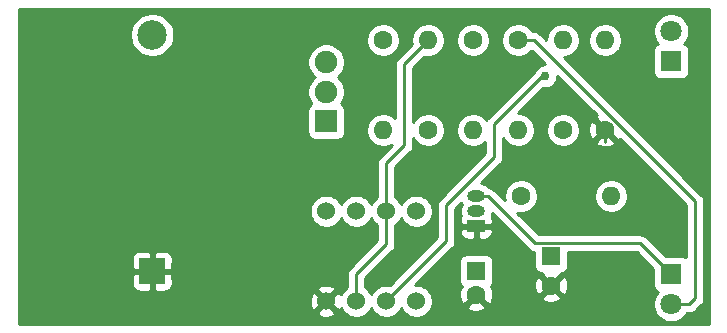
<source format=gbl>
%TF.GenerationSoftware,KiCad,Pcbnew,(5.1.12)-1*%
%TF.CreationDate,2021-12-23T01:28:27-05:00*%
%TF.ProjectId,555_Badge,3535355f-4261-4646-9765-2e6b69636164,v01*%
%TF.SameCoordinates,Original*%
%TF.FileFunction,Copper,L2,Bot*%
%TF.FilePolarity,Positive*%
%FSLAX46Y46*%
G04 Gerber Fmt 4.6, Leading zero omitted, Abs format (unit mm)*
G04 Created by KiCad (PCBNEW (5.1.12)-1) date 2021-12-23 01:28:27*
%MOMM*%
%LPD*%
G01*
G04 APERTURE LIST*
%TA.AperFunction,ComponentPad*%
%ADD10C,1.600000*%
%TD*%
%TA.AperFunction,ComponentPad*%
%ADD11O,1.600000X1.600000*%
%TD*%
%TA.AperFunction,ComponentPad*%
%ADD12R,2.170000X2.170000*%
%TD*%
%TA.AperFunction,ComponentPad*%
%ADD13C,2.500000*%
%TD*%
%TA.AperFunction,ComponentPad*%
%ADD14R,1.600000X1.600000*%
%TD*%
%TA.AperFunction,ComponentPad*%
%ADD15R,1.800000X1.800000*%
%TD*%
%TA.AperFunction,ComponentPad*%
%ADD16C,1.800000*%
%TD*%
%TA.AperFunction,ComponentPad*%
%ADD17O,1.500000X1.000000*%
%TD*%
%TA.AperFunction,ComponentPad*%
%ADD18R,1.500000X1.000000*%
%TD*%
%TA.AperFunction,ComponentPad*%
%ADD19R,1.900000X1.900000*%
%TD*%
%TA.AperFunction,ComponentPad*%
%ADD20C,1.900000*%
%TD*%
%TA.AperFunction,ComponentPad*%
%ADD21C,1.524000*%
%TD*%
%TA.AperFunction,ViaPad*%
%ADD22C,0.762000*%
%TD*%
%TA.AperFunction,Conductor*%
%ADD23C,0.254000*%
%TD*%
%TA.AperFunction,Conductor*%
%ADD24C,0.100000*%
%TD*%
G04 APERTURE END LIST*
D10*
%TO.P,R1,1*%
%TO.N,VCC*%
X72136000Y-109982000D03*
D11*
%TO.P,R1,2*%
%TO.N,Net-(R1-Pad2)*%
X72136000Y-117602000D03*
%TD*%
D12*
%TO.P,BAT1,Neg*%
%TO.N,GND*%
X52578000Y-129540000D03*
D13*
%TO.P,BAT1,Pos*%
%TO.N,Net-(BAT1-PadPos)*%
X52578000Y-109540000D03*
%TD*%
D14*
%TO.P,C1,1*%
%TO.N,Net-(C1-Pad1)*%
X80010000Y-129540000D03*
D10*
%TO.P,C1,2*%
%TO.N,GND*%
X80010000Y-131540000D03*
%TD*%
D14*
%TO.P,C2,1*%
%TO.N,Net-(C2-Pad1)*%
X86360000Y-128270000D03*
D10*
%TO.P,C2,2*%
%TO.N,GND*%
X86360000Y-130770000D03*
%TD*%
D15*
%TO.P,D1,1*%
%TO.N,Net-(D1-Pad1)*%
X96520000Y-111760000D03*
D16*
%TO.P,D1,2*%
%TO.N,Net-(D1-Pad2)*%
X96520000Y-109220000D03*
%TD*%
%TO.P,D2,2*%
%TO.N,Net-(D2-Pad2)*%
X96520000Y-132334000D03*
D15*
%TO.P,D2,1*%
%TO.N,Net-(D1-Pad1)*%
X96520000Y-129794000D03*
%TD*%
D17*
%TO.P,Q1,2*%
%TO.N,Net-(Q1-Pad2)*%
X80010000Y-124460000D03*
%TO.P,Q1,3*%
%TO.N,Net-(D1-Pad1)*%
X80010000Y-123190000D03*
D18*
%TO.P,Q1,1*%
%TO.N,GND*%
X80010000Y-125730000D03*
%TD*%
D11*
%TO.P,R2,2*%
%TO.N,Net-(C1-Pad1)*%
X75946000Y-109982000D03*
D10*
%TO.P,R2,1*%
%TO.N,Net-(R1-Pad2)*%
X75946000Y-117602000D03*
%TD*%
%TO.P,R3,1*%
%TO.N,Net-(C2-Pad1)*%
X87376000Y-117602000D03*
D11*
%TO.P,R3,2*%
%TO.N,Net-(R3-Pad2)*%
X87376000Y-109982000D03*
%TD*%
%TO.P,R4,2*%
%TO.N,Net-(C2-Pad1)*%
X90932000Y-109982000D03*
D10*
%TO.P,R4,1*%
%TO.N,GND*%
X90932000Y-117602000D03*
%TD*%
%TO.P,R5,1*%
%TO.N,Net-(Q1-Pad2)*%
X83820000Y-123190000D03*
D11*
%TO.P,R5,2*%
%TO.N,Net-(C2-Pad1)*%
X91440000Y-123190000D03*
%TD*%
D10*
%TO.P,R6,1*%
%TO.N,Net-(D1-Pad2)*%
X79756000Y-109982000D03*
D11*
%TO.P,R6,2*%
%TO.N,VCC*%
X79756000Y-117602000D03*
%TD*%
%TO.P,R7,2*%
%TO.N,VCC*%
X83566000Y-117602000D03*
D10*
%TO.P,R7,1*%
%TO.N,Net-(D2-Pad2)*%
X83566000Y-109982000D03*
%TD*%
D19*
%TO.P,S1,1*%
%TO.N,Net-(S1-Pad1)*%
X67310000Y-116840000D03*
D20*
%TO.P,S1,2*%
%TO.N,VCC*%
X67310000Y-114340000D03*
%TO.P,S1,3*%
%TO.N,Net-(BAT1-PadPos)*%
X67310000Y-111840000D03*
%TD*%
D21*
%TO.P,U?1,8*%
%TO.N,VCC*%
X67310000Y-124460000D03*
%TO.P,U?1,7*%
%TO.N,Net-(R1-Pad2)*%
X69850000Y-124460000D03*
%TO.P,U?1,6*%
%TO.N,Net-(C1-Pad1)*%
X72390000Y-124460000D03*
%TO.P,U?1,5*%
%TO.N,Net-(U?1-Pad5)*%
X74930000Y-124460000D03*
%TO.P,U?1,1*%
%TO.N,GND*%
X67310000Y-132080000D03*
%TO.P,U?1,2*%
%TO.N,Net-(C1-Pad1)*%
X69850000Y-132080000D03*
%TO.P,U?1,3*%
%TO.N,Net-(R3-Pad2)*%
X72390000Y-132080000D03*
%TO.P,U?1,4*%
%TO.N,VCC*%
X74930000Y-132080000D03*
%TD*%
D22*
%TO.N,Net-(R3-Pad2)*%
X85852000Y-113030000D03*
%TD*%
D23*
%TO.N,GND*%
X90932000Y-118618000D02*
X90932000Y-117602000D01*
%TO.N,Net-(C1-Pad1)*%
X69850000Y-132080000D02*
X69850000Y-129794000D01*
X72390000Y-127254000D02*
X72390000Y-124460000D01*
X69850000Y-129794000D02*
X72390000Y-127254000D01*
X72390000Y-124460000D02*
X72390000Y-120396000D01*
X72390000Y-120396000D02*
X73914000Y-118872000D01*
X73914000Y-112014000D02*
X75946000Y-109982000D01*
X73914000Y-118872000D02*
X73914000Y-112014000D01*
%TO.N,Net-(D1-Pad1)*%
X81014000Y-123190000D02*
X80010000Y-123190000D01*
X85014599Y-127190599D02*
X81014000Y-123190000D01*
X93916599Y-127190599D02*
X85014599Y-127190599D01*
X96520000Y-129794000D02*
X93916599Y-127190599D01*
%TO.N,Net-(D2-Pad2)*%
X96520000Y-132334000D02*
X98044000Y-132334000D01*
X98044000Y-132334000D02*
X98552000Y-131826000D01*
X84909514Y-109982000D02*
X83566000Y-109982000D01*
X98552000Y-123624486D02*
X84909514Y-109982000D01*
X98552000Y-131826000D02*
X98552000Y-123624486D01*
%TO.N,Net-(R3-Pad2)*%
X72390000Y-132080000D02*
X75971401Y-128498599D01*
X75971401Y-128498599D02*
X77470000Y-127000000D01*
X77470000Y-127000000D02*
X77470000Y-123952000D01*
X77470000Y-123952000D02*
X81534000Y-119888000D01*
X81534000Y-119888000D02*
X81534000Y-117094000D01*
X85598000Y-113030000D02*
X85852000Y-113030000D01*
X81534000Y-117094000D02*
X85598000Y-113030000D01*
%TD*%
%TO.N,GND*%
X99682300Y-133972300D02*
X41287700Y-133972300D01*
X41287700Y-133045565D01*
X66524040Y-133045565D01*
X66591020Y-133285656D01*
X66840048Y-133402756D01*
X67107135Y-133469023D01*
X67382017Y-133481910D01*
X67654133Y-133440922D01*
X67913023Y-133347636D01*
X68028980Y-133285656D01*
X68095960Y-133045565D01*
X67310000Y-132259605D01*
X66524040Y-133045565D01*
X41287700Y-133045565D01*
X41287700Y-132152017D01*
X65908090Y-132152017D01*
X65949078Y-132424133D01*
X66042364Y-132683023D01*
X66104344Y-132798980D01*
X66344435Y-132865960D01*
X67130395Y-132080000D01*
X66344435Y-131294040D01*
X66104344Y-131361020D01*
X65987244Y-131610048D01*
X65920977Y-131877135D01*
X65908090Y-132152017D01*
X41287700Y-132152017D01*
X41287700Y-130625000D01*
X50854928Y-130625000D01*
X50867188Y-130749482D01*
X50903498Y-130869180D01*
X50962463Y-130979494D01*
X51041815Y-131076185D01*
X51138506Y-131155537D01*
X51248820Y-131214502D01*
X51368518Y-131250812D01*
X51493000Y-131263072D01*
X52292250Y-131260000D01*
X52451000Y-131101250D01*
X52451000Y-129667000D01*
X52705000Y-129667000D01*
X52705000Y-131101250D01*
X52863750Y-131260000D01*
X53663000Y-131263072D01*
X53787482Y-131250812D01*
X53907180Y-131214502D01*
X54017494Y-131155537D01*
X54067577Y-131114435D01*
X66524040Y-131114435D01*
X67310000Y-131900395D01*
X68095960Y-131114435D01*
X68028980Y-130874344D01*
X67779952Y-130757244D01*
X67512865Y-130690977D01*
X67237983Y-130678090D01*
X66965867Y-130719078D01*
X66706977Y-130812364D01*
X66591020Y-130874344D01*
X66524040Y-131114435D01*
X54067577Y-131114435D01*
X54114185Y-131076185D01*
X54193537Y-130979494D01*
X54252502Y-130869180D01*
X54288812Y-130749482D01*
X54301072Y-130625000D01*
X54298000Y-129825750D01*
X54139250Y-129667000D01*
X52705000Y-129667000D01*
X52451000Y-129667000D01*
X51016750Y-129667000D01*
X50858000Y-129825750D01*
X50854928Y-130625000D01*
X41287700Y-130625000D01*
X41287700Y-128455000D01*
X50854928Y-128455000D01*
X50858000Y-129254250D01*
X51016750Y-129413000D01*
X52451000Y-129413000D01*
X52451000Y-127978750D01*
X52705000Y-127978750D01*
X52705000Y-129413000D01*
X54139250Y-129413000D01*
X54298000Y-129254250D01*
X54301072Y-128455000D01*
X54288812Y-128330518D01*
X54252502Y-128210820D01*
X54193537Y-128100506D01*
X54114185Y-128003815D01*
X54017494Y-127924463D01*
X53907180Y-127865498D01*
X53787482Y-127829188D01*
X53663000Y-127816928D01*
X52863750Y-127820000D01*
X52705000Y-127978750D01*
X52451000Y-127978750D01*
X52292250Y-127820000D01*
X51493000Y-127816928D01*
X51368518Y-127829188D01*
X51248820Y-127865498D01*
X51138506Y-127924463D01*
X51041815Y-128003815D01*
X50962463Y-128100506D01*
X50903498Y-128210820D01*
X50867188Y-128330518D01*
X50854928Y-128455000D01*
X41287700Y-128455000D01*
X41287700Y-124322408D01*
X65913000Y-124322408D01*
X65913000Y-124597592D01*
X65966686Y-124867490D01*
X66071995Y-125121727D01*
X66224880Y-125350535D01*
X66419465Y-125545120D01*
X66648273Y-125698005D01*
X66902510Y-125803314D01*
X67172408Y-125857000D01*
X67447592Y-125857000D01*
X67717490Y-125803314D01*
X67971727Y-125698005D01*
X68200535Y-125545120D01*
X68395120Y-125350535D01*
X68548005Y-125121727D01*
X68580000Y-125044485D01*
X68611995Y-125121727D01*
X68764880Y-125350535D01*
X68959465Y-125545120D01*
X69188273Y-125698005D01*
X69442510Y-125803314D01*
X69712408Y-125857000D01*
X69987592Y-125857000D01*
X70257490Y-125803314D01*
X70511727Y-125698005D01*
X70740535Y-125545120D01*
X70935120Y-125350535D01*
X71088005Y-125121727D01*
X71120000Y-125044485D01*
X71151995Y-125121727D01*
X71304880Y-125350535D01*
X71499465Y-125545120D01*
X71628001Y-125631005D01*
X71628000Y-126938369D01*
X69337649Y-129228721D01*
X69308579Y-129252578D01*
X69284722Y-129281648D01*
X69284721Y-129281649D01*
X69213355Y-129368608D01*
X69142599Y-129500985D01*
X69099027Y-129644622D01*
X69084314Y-129794000D01*
X69088001Y-129831433D01*
X69088001Y-130908995D01*
X68959465Y-130994880D01*
X68764880Y-131189465D01*
X68611995Y-131418273D01*
X68582308Y-131489943D01*
X68577636Y-131476977D01*
X68515656Y-131361020D01*
X68275565Y-131294040D01*
X67489605Y-132080000D01*
X68275565Y-132865960D01*
X68515656Y-132798980D01*
X68579485Y-132663240D01*
X68611995Y-132741727D01*
X68764880Y-132970535D01*
X68959465Y-133165120D01*
X69188273Y-133318005D01*
X69442510Y-133423314D01*
X69712408Y-133477000D01*
X69987592Y-133477000D01*
X70257490Y-133423314D01*
X70511727Y-133318005D01*
X70740535Y-133165120D01*
X70935120Y-132970535D01*
X71088005Y-132741727D01*
X71120000Y-132664485D01*
X71151995Y-132741727D01*
X71304880Y-132970535D01*
X71499465Y-133165120D01*
X71728273Y-133318005D01*
X71982510Y-133423314D01*
X72252408Y-133477000D01*
X72527592Y-133477000D01*
X72797490Y-133423314D01*
X73051727Y-133318005D01*
X73280535Y-133165120D01*
X73475120Y-132970535D01*
X73628005Y-132741727D01*
X73660000Y-132664485D01*
X73691995Y-132741727D01*
X73844880Y-132970535D01*
X74039465Y-133165120D01*
X74268273Y-133318005D01*
X74522510Y-133423314D01*
X74792408Y-133477000D01*
X75067592Y-133477000D01*
X75337490Y-133423314D01*
X75591727Y-133318005D01*
X75820535Y-133165120D01*
X76015120Y-132970535D01*
X76168005Y-132741727D01*
X76254586Y-132532702D01*
X79196903Y-132532702D01*
X79268486Y-132776671D01*
X79523996Y-132897571D01*
X79798184Y-132966300D01*
X80080512Y-132980217D01*
X80360130Y-132938787D01*
X80626292Y-132843603D01*
X80751514Y-132776671D01*
X80823097Y-132532702D01*
X80010000Y-131719605D01*
X79196903Y-132532702D01*
X76254586Y-132532702D01*
X76273314Y-132487490D01*
X76327000Y-132217592D01*
X76327000Y-131942408D01*
X76273314Y-131672510D01*
X76247634Y-131610512D01*
X78569783Y-131610512D01*
X78611213Y-131890130D01*
X78706397Y-132156292D01*
X78773329Y-132281514D01*
X79017298Y-132353097D01*
X79830395Y-131540000D01*
X79816253Y-131525858D01*
X79995858Y-131346253D01*
X80010000Y-131360395D01*
X80024143Y-131346253D01*
X80203748Y-131525858D01*
X80189605Y-131540000D01*
X81002702Y-132353097D01*
X81246671Y-132281514D01*
X81367571Y-132026004D01*
X81433571Y-131762702D01*
X85546903Y-131762702D01*
X85618486Y-132006671D01*
X85873996Y-132127571D01*
X86148184Y-132196300D01*
X86430512Y-132210217D01*
X86710130Y-132168787D01*
X86976292Y-132073603D01*
X87101514Y-132006671D01*
X87173097Y-131762702D01*
X86360000Y-130949605D01*
X85546903Y-131762702D01*
X81433571Y-131762702D01*
X81436300Y-131751816D01*
X81450217Y-131469488D01*
X81408787Y-131189870D01*
X81313603Y-130923708D01*
X81269135Y-130840512D01*
X84919783Y-130840512D01*
X84961213Y-131120130D01*
X85056397Y-131386292D01*
X85123329Y-131511514D01*
X85367298Y-131583097D01*
X86180395Y-130770000D01*
X86539605Y-130770000D01*
X87352702Y-131583097D01*
X87596671Y-131511514D01*
X87717571Y-131256004D01*
X87786300Y-130981816D01*
X87800217Y-130699488D01*
X87758787Y-130419870D01*
X87663603Y-130153708D01*
X87596671Y-130028486D01*
X87352702Y-129956903D01*
X86539605Y-130770000D01*
X86180395Y-130770000D01*
X85367298Y-129956903D01*
X85123329Y-130028486D01*
X85002429Y-130283996D01*
X84933700Y-130558184D01*
X84919783Y-130840512D01*
X81269135Y-130840512D01*
X81248384Y-130801691D01*
X81261185Y-130791185D01*
X81340537Y-130694494D01*
X81399502Y-130584180D01*
X81435812Y-130464482D01*
X81448072Y-130340000D01*
X81448072Y-128740000D01*
X81435812Y-128615518D01*
X81399502Y-128495820D01*
X81340537Y-128385506D01*
X81261185Y-128288815D01*
X81164494Y-128209463D01*
X81054180Y-128150498D01*
X80934482Y-128114188D01*
X80810000Y-128101928D01*
X79210000Y-128101928D01*
X79085518Y-128114188D01*
X78965820Y-128150498D01*
X78855506Y-128209463D01*
X78758815Y-128288815D01*
X78679463Y-128385506D01*
X78620498Y-128495820D01*
X78584188Y-128615518D01*
X78571928Y-128740000D01*
X78571928Y-130340000D01*
X78584188Y-130464482D01*
X78620498Y-130584180D01*
X78679463Y-130694494D01*
X78758815Y-130791185D01*
X78771758Y-130801807D01*
X78652429Y-131053996D01*
X78583700Y-131328184D01*
X78569783Y-131610512D01*
X76247634Y-131610512D01*
X76168005Y-131418273D01*
X76015120Y-131189465D01*
X75820535Y-130994880D01*
X75591727Y-130841995D01*
X75337490Y-130736686D01*
X75067592Y-130683000D01*
X74864631Y-130683000D01*
X76536680Y-129010951D01*
X76536684Y-129010946D01*
X77982353Y-127565278D01*
X78011422Y-127541422D01*
X78106645Y-127425392D01*
X78177402Y-127293015D01*
X78220974Y-127149378D01*
X78232000Y-127037426D01*
X78232000Y-127037424D01*
X78235686Y-127000001D01*
X78232000Y-126962578D01*
X78232000Y-126230000D01*
X78621928Y-126230000D01*
X78634188Y-126354482D01*
X78670498Y-126474180D01*
X78729463Y-126584494D01*
X78808815Y-126681185D01*
X78905506Y-126760537D01*
X79015820Y-126819502D01*
X79135518Y-126855812D01*
X79260000Y-126868072D01*
X79724250Y-126865000D01*
X79883000Y-126706250D01*
X79883000Y-125857000D01*
X80137000Y-125857000D01*
X80137000Y-126706250D01*
X80295750Y-126865000D01*
X80760000Y-126868072D01*
X80884482Y-126855812D01*
X81004180Y-126819502D01*
X81114494Y-126760537D01*
X81211185Y-126681185D01*
X81290537Y-126584494D01*
X81349502Y-126474180D01*
X81385812Y-126354482D01*
X81398072Y-126230000D01*
X81395000Y-126015750D01*
X81236250Y-125857000D01*
X80137000Y-125857000D01*
X79883000Y-125857000D01*
X78783750Y-125857000D01*
X78625000Y-126015750D01*
X78621928Y-126230000D01*
X78232000Y-126230000D01*
X78232000Y-124267630D01*
X78764445Y-123735185D01*
X78811716Y-123823623D01*
X78812846Y-123825000D01*
X78811716Y-123826377D01*
X78706324Y-124023553D01*
X78641423Y-124237501D01*
X78619509Y-124460000D01*
X78641423Y-124682499D01*
X78706324Y-124896447D01*
X78712297Y-124907621D01*
X78670498Y-124985820D01*
X78634188Y-125105518D01*
X78621928Y-125230000D01*
X78625000Y-125444250D01*
X78783750Y-125603000D01*
X79883000Y-125603000D01*
X79883000Y-125595000D01*
X80137000Y-125595000D01*
X80137000Y-125603000D01*
X81236250Y-125603000D01*
X81395000Y-125444250D01*
X81398072Y-125230000D01*
X81385812Y-125105518D01*
X81349502Y-124985820D01*
X81307703Y-124907621D01*
X81313676Y-124896447D01*
X81378577Y-124682499D01*
X81383086Y-124636716D01*
X84449319Y-127702950D01*
X84473177Y-127732021D01*
X84589207Y-127827244D01*
X84721584Y-127898001D01*
X84865221Y-127941573D01*
X84921928Y-127947158D01*
X84921928Y-129070000D01*
X84934188Y-129194482D01*
X84970498Y-129314180D01*
X85029463Y-129424494D01*
X85108815Y-129521185D01*
X85205506Y-129600537D01*
X85315820Y-129659502D01*
X85435518Y-129695812D01*
X85560000Y-129708072D01*
X85567215Y-129708072D01*
X85546903Y-129777298D01*
X86360000Y-130590395D01*
X87173097Y-129777298D01*
X87152785Y-129708072D01*
X87160000Y-129708072D01*
X87284482Y-129695812D01*
X87404180Y-129659502D01*
X87514494Y-129600537D01*
X87611185Y-129521185D01*
X87690537Y-129424494D01*
X87749502Y-129314180D01*
X87785812Y-129194482D01*
X87798072Y-129070000D01*
X87798072Y-127952599D01*
X93600969Y-127952599D01*
X94981928Y-129333559D01*
X94981928Y-130694000D01*
X94994188Y-130818482D01*
X95030498Y-130938180D01*
X95089463Y-131048494D01*
X95168815Y-131145185D01*
X95265506Y-131224537D01*
X95375820Y-131283502D01*
X95394127Y-131289056D01*
X95327688Y-131355495D01*
X95159701Y-131606905D01*
X95043989Y-131886257D01*
X94985000Y-132182816D01*
X94985000Y-132485184D01*
X95043989Y-132781743D01*
X95159701Y-133061095D01*
X95327688Y-133312505D01*
X95541495Y-133526312D01*
X95792905Y-133694299D01*
X96072257Y-133810011D01*
X96368816Y-133869000D01*
X96671184Y-133869000D01*
X96967743Y-133810011D01*
X97247095Y-133694299D01*
X97498505Y-133526312D01*
X97712312Y-133312505D01*
X97856976Y-133096000D01*
X98006577Y-133096000D01*
X98044000Y-133099686D01*
X98081423Y-133096000D01*
X98081426Y-133096000D01*
X98193378Y-133084974D01*
X98337015Y-133041402D01*
X98469392Y-132970645D01*
X98585422Y-132875422D01*
X98609284Y-132846346D01*
X99064347Y-132391283D01*
X99093422Y-132367422D01*
X99188645Y-132251392D01*
X99259402Y-132119015D01*
X99302974Y-131975378D01*
X99314000Y-131863426D01*
X99314000Y-131863417D01*
X99317685Y-131826001D01*
X99314000Y-131788585D01*
X99314000Y-123661909D01*
X99317686Y-123624486D01*
X99306579Y-123511716D01*
X99302974Y-123475108D01*
X99259402Y-123331471D01*
X99226465Y-123269850D01*
X99188645Y-123199093D01*
X99153857Y-123156705D01*
X99093422Y-123083064D01*
X99064346Y-123059202D01*
X87422144Y-111417000D01*
X87517335Y-111417000D01*
X87794574Y-111361853D01*
X88055727Y-111253680D01*
X88290759Y-111096637D01*
X88490637Y-110896759D01*
X88647680Y-110661727D01*
X88755853Y-110400574D01*
X88811000Y-110123335D01*
X88811000Y-109840665D01*
X89497000Y-109840665D01*
X89497000Y-110123335D01*
X89552147Y-110400574D01*
X89660320Y-110661727D01*
X89817363Y-110896759D01*
X90017241Y-111096637D01*
X90252273Y-111253680D01*
X90513426Y-111361853D01*
X90790665Y-111417000D01*
X91073335Y-111417000D01*
X91350574Y-111361853D01*
X91611727Y-111253680D01*
X91846759Y-111096637D01*
X92046637Y-110896759D01*
X92071198Y-110860000D01*
X94981928Y-110860000D01*
X94981928Y-112660000D01*
X94994188Y-112784482D01*
X95030498Y-112904180D01*
X95089463Y-113014494D01*
X95168815Y-113111185D01*
X95265506Y-113190537D01*
X95375820Y-113249502D01*
X95495518Y-113285812D01*
X95620000Y-113298072D01*
X97420000Y-113298072D01*
X97544482Y-113285812D01*
X97664180Y-113249502D01*
X97774494Y-113190537D01*
X97871185Y-113111185D01*
X97950537Y-113014494D01*
X98009502Y-112904180D01*
X98045812Y-112784482D01*
X98058072Y-112660000D01*
X98058072Y-110860000D01*
X98045812Y-110735518D01*
X98009502Y-110615820D01*
X97950537Y-110505506D01*
X97871185Y-110408815D01*
X97774494Y-110329463D01*
X97664180Y-110270498D01*
X97645873Y-110264944D01*
X97712312Y-110198505D01*
X97880299Y-109947095D01*
X97996011Y-109667743D01*
X98055000Y-109371184D01*
X98055000Y-109068816D01*
X97996011Y-108772257D01*
X97880299Y-108492905D01*
X97712312Y-108241495D01*
X97498505Y-108027688D01*
X97247095Y-107859701D01*
X96967743Y-107743989D01*
X96671184Y-107685000D01*
X96368816Y-107685000D01*
X96072257Y-107743989D01*
X95792905Y-107859701D01*
X95541495Y-108027688D01*
X95327688Y-108241495D01*
X95159701Y-108492905D01*
X95043989Y-108772257D01*
X94985000Y-109068816D01*
X94985000Y-109371184D01*
X95043989Y-109667743D01*
X95159701Y-109947095D01*
X95327688Y-110198505D01*
X95394127Y-110264944D01*
X95375820Y-110270498D01*
X95265506Y-110329463D01*
X95168815Y-110408815D01*
X95089463Y-110505506D01*
X95030498Y-110615820D01*
X94994188Y-110735518D01*
X94981928Y-110860000D01*
X92071198Y-110860000D01*
X92203680Y-110661727D01*
X92311853Y-110400574D01*
X92367000Y-110123335D01*
X92367000Y-109840665D01*
X92311853Y-109563426D01*
X92203680Y-109302273D01*
X92046637Y-109067241D01*
X91846759Y-108867363D01*
X91611727Y-108710320D01*
X91350574Y-108602147D01*
X91073335Y-108547000D01*
X90790665Y-108547000D01*
X90513426Y-108602147D01*
X90252273Y-108710320D01*
X90017241Y-108867363D01*
X89817363Y-109067241D01*
X89660320Y-109302273D01*
X89552147Y-109563426D01*
X89497000Y-109840665D01*
X88811000Y-109840665D01*
X88755853Y-109563426D01*
X88647680Y-109302273D01*
X88490637Y-109067241D01*
X88290759Y-108867363D01*
X88055727Y-108710320D01*
X87794574Y-108602147D01*
X87517335Y-108547000D01*
X87234665Y-108547000D01*
X86957426Y-108602147D01*
X86696273Y-108710320D01*
X86461241Y-108867363D01*
X86261363Y-109067241D01*
X86104320Y-109302273D01*
X85996147Y-109563426D01*
X85941000Y-109840665D01*
X85941000Y-109935856D01*
X85474798Y-109469654D01*
X85450936Y-109440578D01*
X85334906Y-109345355D01*
X85202529Y-109274598D01*
X85058892Y-109231026D01*
X84946940Y-109220000D01*
X84946937Y-109220000D01*
X84909514Y-109216314D01*
X84872091Y-109220000D01*
X84782707Y-109220000D01*
X84680637Y-109067241D01*
X84480759Y-108867363D01*
X84245727Y-108710320D01*
X83984574Y-108602147D01*
X83707335Y-108547000D01*
X83424665Y-108547000D01*
X83147426Y-108602147D01*
X82886273Y-108710320D01*
X82651241Y-108867363D01*
X82451363Y-109067241D01*
X82294320Y-109302273D01*
X82186147Y-109563426D01*
X82131000Y-109840665D01*
X82131000Y-110123335D01*
X82186147Y-110400574D01*
X82294320Y-110661727D01*
X82451363Y-110896759D01*
X82651241Y-111096637D01*
X82886273Y-111253680D01*
X83147426Y-111361853D01*
X83424665Y-111417000D01*
X83707335Y-111417000D01*
X83984574Y-111361853D01*
X84245727Y-111253680D01*
X84480759Y-111096637D01*
X84680637Y-110896759D01*
X84707075Y-110857191D01*
X85863884Y-112014000D01*
X85751933Y-112014000D01*
X85555644Y-112053044D01*
X85370744Y-112129632D01*
X85204338Y-112240821D01*
X85062821Y-112382338D01*
X84951632Y-112548744D01*
X84916282Y-112634087D01*
X81021649Y-116528721D01*
X80992579Y-116552578D01*
X80968722Y-116581648D01*
X80968721Y-116581649D01*
X80897355Y-116668608D01*
X80879948Y-116701175D01*
X80870637Y-116687241D01*
X80670759Y-116487363D01*
X80435727Y-116330320D01*
X80174574Y-116222147D01*
X79897335Y-116167000D01*
X79614665Y-116167000D01*
X79337426Y-116222147D01*
X79076273Y-116330320D01*
X78841241Y-116487363D01*
X78641363Y-116687241D01*
X78484320Y-116922273D01*
X78376147Y-117183426D01*
X78321000Y-117460665D01*
X78321000Y-117743335D01*
X78376147Y-118020574D01*
X78484320Y-118281727D01*
X78641363Y-118516759D01*
X78841241Y-118716637D01*
X79076273Y-118873680D01*
X79337426Y-118981853D01*
X79614665Y-119037000D01*
X79897335Y-119037000D01*
X80174574Y-118981853D01*
X80435727Y-118873680D01*
X80670759Y-118716637D01*
X80772000Y-118615396D01*
X80772000Y-119572369D01*
X76957649Y-123386721D01*
X76928579Y-123410578D01*
X76904722Y-123439648D01*
X76904721Y-123439649D01*
X76833355Y-123526608D01*
X76762599Y-123658985D01*
X76719027Y-123802622D01*
X76704314Y-123952000D01*
X76708001Y-123989433D01*
X76708000Y-126684369D01*
X75459054Y-127933316D01*
X75459049Y-127933320D01*
X72679211Y-130713159D01*
X72527592Y-130683000D01*
X72252408Y-130683000D01*
X71982510Y-130736686D01*
X71728273Y-130841995D01*
X71499465Y-130994880D01*
X71304880Y-131189465D01*
X71151995Y-131418273D01*
X71120000Y-131495515D01*
X71088005Y-131418273D01*
X70935120Y-131189465D01*
X70740535Y-130994880D01*
X70612000Y-130908995D01*
X70612000Y-130109630D01*
X72902353Y-127819278D01*
X72931422Y-127795422D01*
X73026645Y-127679392D01*
X73097402Y-127547015D01*
X73140974Y-127403378D01*
X73152000Y-127291426D01*
X73152000Y-127291424D01*
X73155686Y-127254001D01*
X73152000Y-127216578D01*
X73152000Y-125631005D01*
X73280535Y-125545120D01*
X73475120Y-125350535D01*
X73628005Y-125121727D01*
X73660000Y-125044485D01*
X73691995Y-125121727D01*
X73844880Y-125350535D01*
X74039465Y-125545120D01*
X74268273Y-125698005D01*
X74522510Y-125803314D01*
X74792408Y-125857000D01*
X75067592Y-125857000D01*
X75337490Y-125803314D01*
X75591727Y-125698005D01*
X75820535Y-125545120D01*
X76015120Y-125350535D01*
X76168005Y-125121727D01*
X76273314Y-124867490D01*
X76327000Y-124597592D01*
X76327000Y-124322408D01*
X76273314Y-124052510D01*
X76168005Y-123798273D01*
X76015120Y-123569465D01*
X75820535Y-123374880D01*
X75591727Y-123221995D01*
X75337490Y-123116686D01*
X75067592Y-123063000D01*
X74792408Y-123063000D01*
X74522510Y-123116686D01*
X74268273Y-123221995D01*
X74039465Y-123374880D01*
X73844880Y-123569465D01*
X73691995Y-123798273D01*
X73660000Y-123875515D01*
X73628005Y-123798273D01*
X73475120Y-123569465D01*
X73280535Y-123374880D01*
X73152000Y-123288995D01*
X73152000Y-120711630D01*
X74426353Y-119437278D01*
X74455422Y-119413422D01*
X74550645Y-119297392D01*
X74621402Y-119165015D01*
X74664974Y-119021378D01*
X74676000Y-118909426D01*
X74676000Y-118909424D01*
X74679686Y-118872001D01*
X74676000Y-118834578D01*
X74676000Y-118284241D01*
X74831363Y-118516759D01*
X75031241Y-118716637D01*
X75266273Y-118873680D01*
X75527426Y-118981853D01*
X75804665Y-119037000D01*
X76087335Y-119037000D01*
X76364574Y-118981853D01*
X76625727Y-118873680D01*
X76860759Y-118716637D01*
X77060637Y-118516759D01*
X77217680Y-118281727D01*
X77325853Y-118020574D01*
X77381000Y-117743335D01*
X77381000Y-117460665D01*
X77325853Y-117183426D01*
X77217680Y-116922273D01*
X77060637Y-116687241D01*
X76860759Y-116487363D01*
X76625727Y-116330320D01*
X76364574Y-116222147D01*
X76087335Y-116167000D01*
X75804665Y-116167000D01*
X75527426Y-116222147D01*
X75266273Y-116330320D01*
X75031241Y-116487363D01*
X74831363Y-116687241D01*
X74676000Y-116919759D01*
X74676000Y-112329630D01*
X75624473Y-111381157D01*
X75804665Y-111417000D01*
X76087335Y-111417000D01*
X76364574Y-111361853D01*
X76625727Y-111253680D01*
X76860759Y-111096637D01*
X77060637Y-110896759D01*
X77217680Y-110661727D01*
X77325853Y-110400574D01*
X77381000Y-110123335D01*
X77381000Y-109840665D01*
X78321000Y-109840665D01*
X78321000Y-110123335D01*
X78376147Y-110400574D01*
X78484320Y-110661727D01*
X78641363Y-110896759D01*
X78841241Y-111096637D01*
X79076273Y-111253680D01*
X79337426Y-111361853D01*
X79614665Y-111417000D01*
X79897335Y-111417000D01*
X80174574Y-111361853D01*
X80435727Y-111253680D01*
X80670759Y-111096637D01*
X80870637Y-110896759D01*
X81027680Y-110661727D01*
X81135853Y-110400574D01*
X81191000Y-110123335D01*
X81191000Y-109840665D01*
X81135853Y-109563426D01*
X81027680Y-109302273D01*
X80870637Y-109067241D01*
X80670759Y-108867363D01*
X80435727Y-108710320D01*
X80174574Y-108602147D01*
X79897335Y-108547000D01*
X79614665Y-108547000D01*
X79337426Y-108602147D01*
X79076273Y-108710320D01*
X78841241Y-108867363D01*
X78641363Y-109067241D01*
X78484320Y-109302273D01*
X78376147Y-109563426D01*
X78321000Y-109840665D01*
X77381000Y-109840665D01*
X77325853Y-109563426D01*
X77217680Y-109302273D01*
X77060637Y-109067241D01*
X76860759Y-108867363D01*
X76625727Y-108710320D01*
X76364574Y-108602147D01*
X76087335Y-108547000D01*
X75804665Y-108547000D01*
X75527426Y-108602147D01*
X75266273Y-108710320D01*
X75031241Y-108867363D01*
X74831363Y-109067241D01*
X74674320Y-109302273D01*
X74566147Y-109563426D01*
X74511000Y-109840665D01*
X74511000Y-110123335D01*
X74546843Y-110303527D01*
X73401649Y-111448721D01*
X73372579Y-111472578D01*
X73348722Y-111501648D01*
X73348721Y-111501649D01*
X73277355Y-111588608D01*
X73206599Y-111720985D01*
X73163027Y-111864622D01*
X73148314Y-112014000D01*
X73152001Y-112051433D01*
X73152000Y-116588604D01*
X73050759Y-116487363D01*
X72815727Y-116330320D01*
X72554574Y-116222147D01*
X72277335Y-116167000D01*
X71994665Y-116167000D01*
X71717426Y-116222147D01*
X71456273Y-116330320D01*
X71221241Y-116487363D01*
X71021363Y-116687241D01*
X70864320Y-116922273D01*
X70756147Y-117183426D01*
X70701000Y-117460665D01*
X70701000Y-117743335D01*
X70756147Y-118020574D01*
X70864320Y-118281727D01*
X71021363Y-118516759D01*
X71221241Y-118716637D01*
X71456273Y-118873680D01*
X71717426Y-118981853D01*
X71994665Y-119037000D01*
X72277335Y-119037000D01*
X72554574Y-118981853D01*
X72815727Y-118873680D01*
X72872873Y-118835496D01*
X71877649Y-119830721D01*
X71848579Y-119854578D01*
X71824722Y-119883648D01*
X71824721Y-119883649D01*
X71753355Y-119970608D01*
X71682599Y-120102985D01*
X71639027Y-120246622D01*
X71624314Y-120396000D01*
X71628001Y-120433433D01*
X71628000Y-123288995D01*
X71499465Y-123374880D01*
X71304880Y-123569465D01*
X71151995Y-123798273D01*
X71120000Y-123875515D01*
X71088005Y-123798273D01*
X70935120Y-123569465D01*
X70740535Y-123374880D01*
X70511727Y-123221995D01*
X70257490Y-123116686D01*
X69987592Y-123063000D01*
X69712408Y-123063000D01*
X69442510Y-123116686D01*
X69188273Y-123221995D01*
X68959465Y-123374880D01*
X68764880Y-123569465D01*
X68611995Y-123798273D01*
X68580000Y-123875515D01*
X68548005Y-123798273D01*
X68395120Y-123569465D01*
X68200535Y-123374880D01*
X67971727Y-123221995D01*
X67717490Y-123116686D01*
X67447592Y-123063000D01*
X67172408Y-123063000D01*
X66902510Y-123116686D01*
X66648273Y-123221995D01*
X66419465Y-123374880D01*
X66224880Y-123569465D01*
X66071995Y-123798273D01*
X65966686Y-124052510D01*
X65913000Y-124322408D01*
X41287700Y-124322408D01*
X41287700Y-115890000D01*
X65721928Y-115890000D01*
X65721928Y-117790000D01*
X65734188Y-117914482D01*
X65770498Y-118034180D01*
X65829463Y-118144494D01*
X65908815Y-118241185D01*
X66005506Y-118320537D01*
X66115820Y-118379502D01*
X66235518Y-118415812D01*
X66360000Y-118428072D01*
X68260000Y-118428072D01*
X68384482Y-118415812D01*
X68504180Y-118379502D01*
X68614494Y-118320537D01*
X68711185Y-118241185D01*
X68790537Y-118144494D01*
X68849502Y-118034180D01*
X68885812Y-117914482D01*
X68898072Y-117790000D01*
X68898072Y-115890000D01*
X68885812Y-115765518D01*
X68849502Y-115645820D01*
X68790537Y-115535506D01*
X68711185Y-115438815D01*
X68614494Y-115359463D01*
X68555979Y-115328186D01*
X68714609Y-115090779D01*
X68834089Y-114802327D01*
X68895000Y-114496109D01*
X68895000Y-114183891D01*
X68834089Y-113877673D01*
X68714609Y-113589221D01*
X68541150Y-113329621D01*
X68320379Y-113108850D01*
X68292168Y-113090000D01*
X68320379Y-113071150D01*
X68541150Y-112850379D01*
X68714609Y-112590779D01*
X68834089Y-112302327D01*
X68895000Y-111996109D01*
X68895000Y-111683891D01*
X68834089Y-111377673D01*
X68714609Y-111089221D01*
X68541150Y-110829621D01*
X68320379Y-110608850D01*
X68060779Y-110435391D01*
X67772327Y-110315911D01*
X67466109Y-110255000D01*
X67153891Y-110255000D01*
X66847673Y-110315911D01*
X66559221Y-110435391D01*
X66299621Y-110608850D01*
X66078850Y-110829621D01*
X65905391Y-111089221D01*
X65785911Y-111377673D01*
X65725000Y-111683891D01*
X65725000Y-111996109D01*
X65785911Y-112302327D01*
X65905391Y-112590779D01*
X66078850Y-112850379D01*
X66299621Y-113071150D01*
X66327832Y-113090000D01*
X66299621Y-113108850D01*
X66078850Y-113329621D01*
X65905391Y-113589221D01*
X65785911Y-113877673D01*
X65725000Y-114183891D01*
X65725000Y-114496109D01*
X65785911Y-114802327D01*
X65905391Y-115090779D01*
X66064021Y-115328186D01*
X66005506Y-115359463D01*
X65908815Y-115438815D01*
X65829463Y-115535506D01*
X65770498Y-115645820D01*
X65734188Y-115765518D01*
X65721928Y-115890000D01*
X41287700Y-115890000D01*
X41287700Y-109354344D01*
X50693000Y-109354344D01*
X50693000Y-109725656D01*
X50765439Y-110089834D01*
X50907534Y-110432882D01*
X51113825Y-110741618D01*
X51376382Y-111004175D01*
X51685118Y-111210466D01*
X52028166Y-111352561D01*
X52392344Y-111425000D01*
X52763656Y-111425000D01*
X53127834Y-111352561D01*
X53470882Y-111210466D01*
X53779618Y-111004175D01*
X54042175Y-110741618D01*
X54248466Y-110432882D01*
X54390561Y-110089834D01*
X54440123Y-109840665D01*
X70701000Y-109840665D01*
X70701000Y-110123335D01*
X70756147Y-110400574D01*
X70864320Y-110661727D01*
X71021363Y-110896759D01*
X71221241Y-111096637D01*
X71456273Y-111253680D01*
X71717426Y-111361853D01*
X71994665Y-111417000D01*
X72277335Y-111417000D01*
X72554574Y-111361853D01*
X72815727Y-111253680D01*
X73050759Y-111096637D01*
X73250637Y-110896759D01*
X73407680Y-110661727D01*
X73515853Y-110400574D01*
X73571000Y-110123335D01*
X73571000Y-109840665D01*
X73515853Y-109563426D01*
X73407680Y-109302273D01*
X73250637Y-109067241D01*
X73050759Y-108867363D01*
X72815727Y-108710320D01*
X72554574Y-108602147D01*
X72277335Y-108547000D01*
X71994665Y-108547000D01*
X71717426Y-108602147D01*
X71456273Y-108710320D01*
X71221241Y-108867363D01*
X71021363Y-109067241D01*
X70864320Y-109302273D01*
X70756147Y-109563426D01*
X70701000Y-109840665D01*
X54440123Y-109840665D01*
X54463000Y-109725656D01*
X54463000Y-109354344D01*
X54390561Y-108990166D01*
X54248466Y-108647118D01*
X54042175Y-108338382D01*
X53779618Y-108075825D01*
X53470882Y-107869534D01*
X53127834Y-107727439D01*
X52763656Y-107655000D01*
X52392344Y-107655000D01*
X52028166Y-107727439D01*
X51685118Y-107869534D01*
X51376382Y-108075825D01*
X51113825Y-108338382D01*
X50907534Y-108647118D01*
X50765439Y-108990166D01*
X50693000Y-109354344D01*
X41287700Y-109354344D01*
X41287700Y-107327700D01*
X99682301Y-107327700D01*
X99682300Y-133972300D01*
%TA.AperFunction,Conductor*%
D24*
G36*
X99682300Y-133972300D02*
G01*
X41287700Y-133972300D01*
X41287700Y-133045565D01*
X66524040Y-133045565D01*
X66591020Y-133285656D01*
X66840048Y-133402756D01*
X67107135Y-133469023D01*
X67382017Y-133481910D01*
X67654133Y-133440922D01*
X67913023Y-133347636D01*
X68028980Y-133285656D01*
X68095960Y-133045565D01*
X67310000Y-132259605D01*
X66524040Y-133045565D01*
X41287700Y-133045565D01*
X41287700Y-132152017D01*
X65908090Y-132152017D01*
X65949078Y-132424133D01*
X66042364Y-132683023D01*
X66104344Y-132798980D01*
X66344435Y-132865960D01*
X67130395Y-132080000D01*
X66344435Y-131294040D01*
X66104344Y-131361020D01*
X65987244Y-131610048D01*
X65920977Y-131877135D01*
X65908090Y-132152017D01*
X41287700Y-132152017D01*
X41287700Y-130625000D01*
X50854928Y-130625000D01*
X50867188Y-130749482D01*
X50903498Y-130869180D01*
X50962463Y-130979494D01*
X51041815Y-131076185D01*
X51138506Y-131155537D01*
X51248820Y-131214502D01*
X51368518Y-131250812D01*
X51493000Y-131263072D01*
X52292250Y-131260000D01*
X52451000Y-131101250D01*
X52451000Y-129667000D01*
X52705000Y-129667000D01*
X52705000Y-131101250D01*
X52863750Y-131260000D01*
X53663000Y-131263072D01*
X53787482Y-131250812D01*
X53907180Y-131214502D01*
X54017494Y-131155537D01*
X54067577Y-131114435D01*
X66524040Y-131114435D01*
X67310000Y-131900395D01*
X68095960Y-131114435D01*
X68028980Y-130874344D01*
X67779952Y-130757244D01*
X67512865Y-130690977D01*
X67237983Y-130678090D01*
X66965867Y-130719078D01*
X66706977Y-130812364D01*
X66591020Y-130874344D01*
X66524040Y-131114435D01*
X54067577Y-131114435D01*
X54114185Y-131076185D01*
X54193537Y-130979494D01*
X54252502Y-130869180D01*
X54288812Y-130749482D01*
X54301072Y-130625000D01*
X54298000Y-129825750D01*
X54139250Y-129667000D01*
X52705000Y-129667000D01*
X52451000Y-129667000D01*
X51016750Y-129667000D01*
X50858000Y-129825750D01*
X50854928Y-130625000D01*
X41287700Y-130625000D01*
X41287700Y-128455000D01*
X50854928Y-128455000D01*
X50858000Y-129254250D01*
X51016750Y-129413000D01*
X52451000Y-129413000D01*
X52451000Y-127978750D01*
X52705000Y-127978750D01*
X52705000Y-129413000D01*
X54139250Y-129413000D01*
X54298000Y-129254250D01*
X54301072Y-128455000D01*
X54288812Y-128330518D01*
X54252502Y-128210820D01*
X54193537Y-128100506D01*
X54114185Y-128003815D01*
X54017494Y-127924463D01*
X53907180Y-127865498D01*
X53787482Y-127829188D01*
X53663000Y-127816928D01*
X52863750Y-127820000D01*
X52705000Y-127978750D01*
X52451000Y-127978750D01*
X52292250Y-127820000D01*
X51493000Y-127816928D01*
X51368518Y-127829188D01*
X51248820Y-127865498D01*
X51138506Y-127924463D01*
X51041815Y-128003815D01*
X50962463Y-128100506D01*
X50903498Y-128210820D01*
X50867188Y-128330518D01*
X50854928Y-128455000D01*
X41287700Y-128455000D01*
X41287700Y-124322408D01*
X65913000Y-124322408D01*
X65913000Y-124597592D01*
X65966686Y-124867490D01*
X66071995Y-125121727D01*
X66224880Y-125350535D01*
X66419465Y-125545120D01*
X66648273Y-125698005D01*
X66902510Y-125803314D01*
X67172408Y-125857000D01*
X67447592Y-125857000D01*
X67717490Y-125803314D01*
X67971727Y-125698005D01*
X68200535Y-125545120D01*
X68395120Y-125350535D01*
X68548005Y-125121727D01*
X68580000Y-125044485D01*
X68611995Y-125121727D01*
X68764880Y-125350535D01*
X68959465Y-125545120D01*
X69188273Y-125698005D01*
X69442510Y-125803314D01*
X69712408Y-125857000D01*
X69987592Y-125857000D01*
X70257490Y-125803314D01*
X70511727Y-125698005D01*
X70740535Y-125545120D01*
X70935120Y-125350535D01*
X71088005Y-125121727D01*
X71120000Y-125044485D01*
X71151995Y-125121727D01*
X71304880Y-125350535D01*
X71499465Y-125545120D01*
X71628001Y-125631005D01*
X71628000Y-126938369D01*
X69337649Y-129228721D01*
X69308579Y-129252578D01*
X69284722Y-129281648D01*
X69284721Y-129281649D01*
X69213355Y-129368608D01*
X69142599Y-129500985D01*
X69099027Y-129644622D01*
X69084314Y-129794000D01*
X69088001Y-129831433D01*
X69088001Y-130908995D01*
X68959465Y-130994880D01*
X68764880Y-131189465D01*
X68611995Y-131418273D01*
X68582308Y-131489943D01*
X68577636Y-131476977D01*
X68515656Y-131361020D01*
X68275565Y-131294040D01*
X67489605Y-132080000D01*
X68275565Y-132865960D01*
X68515656Y-132798980D01*
X68579485Y-132663240D01*
X68611995Y-132741727D01*
X68764880Y-132970535D01*
X68959465Y-133165120D01*
X69188273Y-133318005D01*
X69442510Y-133423314D01*
X69712408Y-133477000D01*
X69987592Y-133477000D01*
X70257490Y-133423314D01*
X70511727Y-133318005D01*
X70740535Y-133165120D01*
X70935120Y-132970535D01*
X71088005Y-132741727D01*
X71120000Y-132664485D01*
X71151995Y-132741727D01*
X71304880Y-132970535D01*
X71499465Y-133165120D01*
X71728273Y-133318005D01*
X71982510Y-133423314D01*
X72252408Y-133477000D01*
X72527592Y-133477000D01*
X72797490Y-133423314D01*
X73051727Y-133318005D01*
X73280535Y-133165120D01*
X73475120Y-132970535D01*
X73628005Y-132741727D01*
X73660000Y-132664485D01*
X73691995Y-132741727D01*
X73844880Y-132970535D01*
X74039465Y-133165120D01*
X74268273Y-133318005D01*
X74522510Y-133423314D01*
X74792408Y-133477000D01*
X75067592Y-133477000D01*
X75337490Y-133423314D01*
X75591727Y-133318005D01*
X75820535Y-133165120D01*
X76015120Y-132970535D01*
X76168005Y-132741727D01*
X76254586Y-132532702D01*
X79196903Y-132532702D01*
X79268486Y-132776671D01*
X79523996Y-132897571D01*
X79798184Y-132966300D01*
X80080512Y-132980217D01*
X80360130Y-132938787D01*
X80626292Y-132843603D01*
X80751514Y-132776671D01*
X80823097Y-132532702D01*
X80010000Y-131719605D01*
X79196903Y-132532702D01*
X76254586Y-132532702D01*
X76273314Y-132487490D01*
X76327000Y-132217592D01*
X76327000Y-131942408D01*
X76273314Y-131672510D01*
X76247634Y-131610512D01*
X78569783Y-131610512D01*
X78611213Y-131890130D01*
X78706397Y-132156292D01*
X78773329Y-132281514D01*
X79017298Y-132353097D01*
X79830395Y-131540000D01*
X79816253Y-131525858D01*
X79995858Y-131346253D01*
X80010000Y-131360395D01*
X80024143Y-131346253D01*
X80203748Y-131525858D01*
X80189605Y-131540000D01*
X81002702Y-132353097D01*
X81246671Y-132281514D01*
X81367571Y-132026004D01*
X81433571Y-131762702D01*
X85546903Y-131762702D01*
X85618486Y-132006671D01*
X85873996Y-132127571D01*
X86148184Y-132196300D01*
X86430512Y-132210217D01*
X86710130Y-132168787D01*
X86976292Y-132073603D01*
X87101514Y-132006671D01*
X87173097Y-131762702D01*
X86360000Y-130949605D01*
X85546903Y-131762702D01*
X81433571Y-131762702D01*
X81436300Y-131751816D01*
X81450217Y-131469488D01*
X81408787Y-131189870D01*
X81313603Y-130923708D01*
X81269135Y-130840512D01*
X84919783Y-130840512D01*
X84961213Y-131120130D01*
X85056397Y-131386292D01*
X85123329Y-131511514D01*
X85367298Y-131583097D01*
X86180395Y-130770000D01*
X86539605Y-130770000D01*
X87352702Y-131583097D01*
X87596671Y-131511514D01*
X87717571Y-131256004D01*
X87786300Y-130981816D01*
X87800217Y-130699488D01*
X87758787Y-130419870D01*
X87663603Y-130153708D01*
X87596671Y-130028486D01*
X87352702Y-129956903D01*
X86539605Y-130770000D01*
X86180395Y-130770000D01*
X85367298Y-129956903D01*
X85123329Y-130028486D01*
X85002429Y-130283996D01*
X84933700Y-130558184D01*
X84919783Y-130840512D01*
X81269135Y-130840512D01*
X81248384Y-130801691D01*
X81261185Y-130791185D01*
X81340537Y-130694494D01*
X81399502Y-130584180D01*
X81435812Y-130464482D01*
X81448072Y-130340000D01*
X81448072Y-128740000D01*
X81435812Y-128615518D01*
X81399502Y-128495820D01*
X81340537Y-128385506D01*
X81261185Y-128288815D01*
X81164494Y-128209463D01*
X81054180Y-128150498D01*
X80934482Y-128114188D01*
X80810000Y-128101928D01*
X79210000Y-128101928D01*
X79085518Y-128114188D01*
X78965820Y-128150498D01*
X78855506Y-128209463D01*
X78758815Y-128288815D01*
X78679463Y-128385506D01*
X78620498Y-128495820D01*
X78584188Y-128615518D01*
X78571928Y-128740000D01*
X78571928Y-130340000D01*
X78584188Y-130464482D01*
X78620498Y-130584180D01*
X78679463Y-130694494D01*
X78758815Y-130791185D01*
X78771758Y-130801807D01*
X78652429Y-131053996D01*
X78583700Y-131328184D01*
X78569783Y-131610512D01*
X76247634Y-131610512D01*
X76168005Y-131418273D01*
X76015120Y-131189465D01*
X75820535Y-130994880D01*
X75591727Y-130841995D01*
X75337490Y-130736686D01*
X75067592Y-130683000D01*
X74864631Y-130683000D01*
X76536680Y-129010951D01*
X76536684Y-129010946D01*
X77982353Y-127565278D01*
X78011422Y-127541422D01*
X78106645Y-127425392D01*
X78177402Y-127293015D01*
X78220974Y-127149378D01*
X78232000Y-127037426D01*
X78232000Y-127037424D01*
X78235686Y-127000001D01*
X78232000Y-126962578D01*
X78232000Y-126230000D01*
X78621928Y-126230000D01*
X78634188Y-126354482D01*
X78670498Y-126474180D01*
X78729463Y-126584494D01*
X78808815Y-126681185D01*
X78905506Y-126760537D01*
X79015820Y-126819502D01*
X79135518Y-126855812D01*
X79260000Y-126868072D01*
X79724250Y-126865000D01*
X79883000Y-126706250D01*
X79883000Y-125857000D01*
X80137000Y-125857000D01*
X80137000Y-126706250D01*
X80295750Y-126865000D01*
X80760000Y-126868072D01*
X80884482Y-126855812D01*
X81004180Y-126819502D01*
X81114494Y-126760537D01*
X81211185Y-126681185D01*
X81290537Y-126584494D01*
X81349502Y-126474180D01*
X81385812Y-126354482D01*
X81398072Y-126230000D01*
X81395000Y-126015750D01*
X81236250Y-125857000D01*
X80137000Y-125857000D01*
X79883000Y-125857000D01*
X78783750Y-125857000D01*
X78625000Y-126015750D01*
X78621928Y-126230000D01*
X78232000Y-126230000D01*
X78232000Y-124267630D01*
X78764445Y-123735185D01*
X78811716Y-123823623D01*
X78812846Y-123825000D01*
X78811716Y-123826377D01*
X78706324Y-124023553D01*
X78641423Y-124237501D01*
X78619509Y-124460000D01*
X78641423Y-124682499D01*
X78706324Y-124896447D01*
X78712297Y-124907621D01*
X78670498Y-124985820D01*
X78634188Y-125105518D01*
X78621928Y-125230000D01*
X78625000Y-125444250D01*
X78783750Y-125603000D01*
X79883000Y-125603000D01*
X79883000Y-125595000D01*
X80137000Y-125595000D01*
X80137000Y-125603000D01*
X81236250Y-125603000D01*
X81395000Y-125444250D01*
X81398072Y-125230000D01*
X81385812Y-125105518D01*
X81349502Y-124985820D01*
X81307703Y-124907621D01*
X81313676Y-124896447D01*
X81378577Y-124682499D01*
X81383086Y-124636716D01*
X84449319Y-127702950D01*
X84473177Y-127732021D01*
X84589207Y-127827244D01*
X84721584Y-127898001D01*
X84865221Y-127941573D01*
X84921928Y-127947158D01*
X84921928Y-129070000D01*
X84934188Y-129194482D01*
X84970498Y-129314180D01*
X85029463Y-129424494D01*
X85108815Y-129521185D01*
X85205506Y-129600537D01*
X85315820Y-129659502D01*
X85435518Y-129695812D01*
X85560000Y-129708072D01*
X85567215Y-129708072D01*
X85546903Y-129777298D01*
X86360000Y-130590395D01*
X87173097Y-129777298D01*
X87152785Y-129708072D01*
X87160000Y-129708072D01*
X87284482Y-129695812D01*
X87404180Y-129659502D01*
X87514494Y-129600537D01*
X87611185Y-129521185D01*
X87690537Y-129424494D01*
X87749502Y-129314180D01*
X87785812Y-129194482D01*
X87798072Y-129070000D01*
X87798072Y-127952599D01*
X93600969Y-127952599D01*
X94981928Y-129333559D01*
X94981928Y-130694000D01*
X94994188Y-130818482D01*
X95030498Y-130938180D01*
X95089463Y-131048494D01*
X95168815Y-131145185D01*
X95265506Y-131224537D01*
X95375820Y-131283502D01*
X95394127Y-131289056D01*
X95327688Y-131355495D01*
X95159701Y-131606905D01*
X95043989Y-131886257D01*
X94985000Y-132182816D01*
X94985000Y-132485184D01*
X95043989Y-132781743D01*
X95159701Y-133061095D01*
X95327688Y-133312505D01*
X95541495Y-133526312D01*
X95792905Y-133694299D01*
X96072257Y-133810011D01*
X96368816Y-133869000D01*
X96671184Y-133869000D01*
X96967743Y-133810011D01*
X97247095Y-133694299D01*
X97498505Y-133526312D01*
X97712312Y-133312505D01*
X97856976Y-133096000D01*
X98006577Y-133096000D01*
X98044000Y-133099686D01*
X98081423Y-133096000D01*
X98081426Y-133096000D01*
X98193378Y-133084974D01*
X98337015Y-133041402D01*
X98469392Y-132970645D01*
X98585422Y-132875422D01*
X98609284Y-132846346D01*
X99064347Y-132391283D01*
X99093422Y-132367422D01*
X99188645Y-132251392D01*
X99259402Y-132119015D01*
X99302974Y-131975378D01*
X99314000Y-131863426D01*
X99314000Y-131863417D01*
X99317685Y-131826001D01*
X99314000Y-131788585D01*
X99314000Y-123661909D01*
X99317686Y-123624486D01*
X99306579Y-123511716D01*
X99302974Y-123475108D01*
X99259402Y-123331471D01*
X99226465Y-123269850D01*
X99188645Y-123199093D01*
X99153857Y-123156705D01*
X99093422Y-123083064D01*
X99064346Y-123059202D01*
X87422144Y-111417000D01*
X87517335Y-111417000D01*
X87794574Y-111361853D01*
X88055727Y-111253680D01*
X88290759Y-111096637D01*
X88490637Y-110896759D01*
X88647680Y-110661727D01*
X88755853Y-110400574D01*
X88811000Y-110123335D01*
X88811000Y-109840665D01*
X89497000Y-109840665D01*
X89497000Y-110123335D01*
X89552147Y-110400574D01*
X89660320Y-110661727D01*
X89817363Y-110896759D01*
X90017241Y-111096637D01*
X90252273Y-111253680D01*
X90513426Y-111361853D01*
X90790665Y-111417000D01*
X91073335Y-111417000D01*
X91350574Y-111361853D01*
X91611727Y-111253680D01*
X91846759Y-111096637D01*
X92046637Y-110896759D01*
X92071198Y-110860000D01*
X94981928Y-110860000D01*
X94981928Y-112660000D01*
X94994188Y-112784482D01*
X95030498Y-112904180D01*
X95089463Y-113014494D01*
X95168815Y-113111185D01*
X95265506Y-113190537D01*
X95375820Y-113249502D01*
X95495518Y-113285812D01*
X95620000Y-113298072D01*
X97420000Y-113298072D01*
X97544482Y-113285812D01*
X97664180Y-113249502D01*
X97774494Y-113190537D01*
X97871185Y-113111185D01*
X97950537Y-113014494D01*
X98009502Y-112904180D01*
X98045812Y-112784482D01*
X98058072Y-112660000D01*
X98058072Y-110860000D01*
X98045812Y-110735518D01*
X98009502Y-110615820D01*
X97950537Y-110505506D01*
X97871185Y-110408815D01*
X97774494Y-110329463D01*
X97664180Y-110270498D01*
X97645873Y-110264944D01*
X97712312Y-110198505D01*
X97880299Y-109947095D01*
X97996011Y-109667743D01*
X98055000Y-109371184D01*
X98055000Y-109068816D01*
X97996011Y-108772257D01*
X97880299Y-108492905D01*
X97712312Y-108241495D01*
X97498505Y-108027688D01*
X97247095Y-107859701D01*
X96967743Y-107743989D01*
X96671184Y-107685000D01*
X96368816Y-107685000D01*
X96072257Y-107743989D01*
X95792905Y-107859701D01*
X95541495Y-108027688D01*
X95327688Y-108241495D01*
X95159701Y-108492905D01*
X95043989Y-108772257D01*
X94985000Y-109068816D01*
X94985000Y-109371184D01*
X95043989Y-109667743D01*
X95159701Y-109947095D01*
X95327688Y-110198505D01*
X95394127Y-110264944D01*
X95375820Y-110270498D01*
X95265506Y-110329463D01*
X95168815Y-110408815D01*
X95089463Y-110505506D01*
X95030498Y-110615820D01*
X94994188Y-110735518D01*
X94981928Y-110860000D01*
X92071198Y-110860000D01*
X92203680Y-110661727D01*
X92311853Y-110400574D01*
X92367000Y-110123335D01*
X92367000Y-109840665D01*
X92311853Y-109563426D01*
X92203680Y-109302273D01*
X92046637Y-109067241D01*
X91846759Y-108867363D01*
X91611727Y-108710320D01*
X91350574Y-108602147D01*
X91073335Y-108547000D01*
X90790665Y-108547000D01*
X90513426Y-108602147D01*
X90252273Y-108710320D01*
X90017241Y-108867363D01*
X89817363Y-109067241D01*
X89660320Y-109302273D01*
X89552147Y-109563426D01*
X89497000Y-109840665D01*
X88811000Y-109840665D01*
X88755853Y-109563426D01*
X88647680Y-109302273D01*
X88490637Y-109067241D01*
X88290759Y-108867363D01*
X88055727Y-108710320D01*
X87794574Y-108602147D01*
X87517335Y-108547000D01*
X87234665Y-108547000D01*
X86957426Y-108602147D01*
X86696273Y-108710320D01*
X86461241Y-108867363D01*
X86261363Y-109067241D01*
X86104320Y-109302273D01*
X85996147Y-109563426D01*
X85941000Y-109840665D01*
X85941000Y-109935856D01*
X85474798Y-109469654D01*
X85450936Y-109440578D01*
X85334906Y-109345355D01*
X85202529Y-109274598D01*
X85058892Y-109231026D01*
X84946940Y-109220000D01*
X84946937Y-109220000D01*
X84909514Y-109216314D01*
X84872091Y-109220000D01*
X84782707Y-109220000D01*
X84680637Y-109067241D01*
X84480759Y-108867363D01*
X84245727Y-108710320D01*
X83984574Y-108602147D01*
X83707335Y-108547000D01*
X83424665Y-108547000D01*
X83147426Y-108602147D01*
X82886273Y-108710320D01*
X82651241Y-108867363D01*
X82451363Y-109067241D01*
X82294320Y-109302273D01*
X82186147Y-109563426D01*
X82131000Y-109840665D01*
X82131000Y-110123335D01*
X82186147Y-110400574D01*
X82294320Y-110661727D01*
X82451363Y-110896759D01*
X82651241Y-111096637D01*
X82886273Y-111253680D01*
X83147426Y-111361853D01*
X83424665Y-111417000D01*
X83707335Y-111417000D01*
X83984574Y-111361853D01*
X84245727Y-111253680D01*
X84480759Y-111096637D01*
X84680637Y-110896759D01*
X84707075Y-110857191D01*
X85863884Y-112014000D01*
X85751933Y-112014000D01*
X85555644Y-112053044D01*
X85370744Y-112129632D01*
X85204338Y-112240821D01*
X85062821Y-112382338D01*
X84951632Y-112548744D01*
X84916282Y-112634087D01*
X81021649Y-116528721D01*
X80992579Y-116552578D01*
X80968722Y-116581648D01*
X80968721Y-116581649D01*
X80897355Y-116668608D01*
X80879948Y-116701175D01*
X80870637Y-116687241D01*
X80670759Y-116487363D01*
X80435727Y-116330320D01*
X80174574Y-116222147D01*
X79897335Y-116167000D01*
X79614665Y-116167000D01*
X79337426Y-116222147D01*
X79076273Y-116330320D01*
X78841241Y-116487363D01*
X78641363Y-116687241D01*
X78484320Y-116922273D01*
X78376147Y-117183426D01*
X78321000Y-117460665D01*
X78321000Y-117743335D01*
X78376147Y-118020574D01*
X78484320Y-118281727D01*
X78641363Y-118516759D01*
X78841241Y-118716637D01*
X79076273Y-118873680D01*
X79337426Y-118981853D01*
X79614665Y-119037000D01*
X79897335Y-119037000D01*
X80174574Y-118981853D01*
X80435727Y-118873680D01*
X80670759Y-118716637D01*
X80772000Y-118615396D01*
X80772000Y-119572369D01*
X76957649Y-123386721D01*
X76928579Y-123410578D01*
X76904722Y-123439648D01*
X76904721Y-123439649D01*
X76833355Y-123526608D01*
X76762599Y-123658985D01*
X76719027Y-123802622D01*
X76704314Y-123952000D01*
X76708001Y-123989433D01*
X76708000Y-126684369D01*
X75459054Y-127933316D01*
X75459049Y-127933320D01*
X72679211Y-130713159D01*
X72527592Y-130683000D01*
X72252408Y-130683000D01*
X71982510Y-130736686D01*
X71728273Y-130841995D01*
X71499465Y-130994880D01*
X71304880Y-131189465D01*
X71151995Y-131418273D01*
X71120000Y-131495515D01*
X71088005Y-131418273D01*
X70935120Y-131189465D01*
X70740535Y-130994880D01*
X70612000Y-130908995D01*
X70612000Y-130109630D01*
X72902353Y-127819278D01*
X72931422Y-127795422D01*
X73026645Y-127679392D01*
X73097402Y-127547015D01*
X73140974Y-127403378D01*
X73152000Y-127291426D01*
X73152000Y-127291424D01*
X73155686Y-127254001D01*
X73152000Y-127216578D01*
X73152000Y-125631005D01*
X73280535Y-125545120D01*
X73475120Y-125350535D01*
X73628005Y-125121727D01*
X73660000Y-125044485D01*
X73691995Y-125121727D01*
X73844880Y-125350535D01*
X74039465Y-125545120D01*
X74268273Y-125698005D01*
X74522510Y-125803314D01*
X74792408Y-125857000D01*
X75067592Y-125857000D01*
X75337490Y-125803314D01*
X75591727Y-125698005D01*
X75820535Y-125545120D01*
X76015120Y-125350535D01*
X76168005Y-125121727D01*
X76273314Y-124867490D01*
X76327000Y-124597592D01*
X76327000Y-124322408D01*
X76273314Y-124052510D01*
X76168005Y-123798273D01*
X76015120Y-123569465D01*
X75820535Y-123374880D01*
X75591727Y-123221995D01*
X75337490Y-123116686D01*
X75067592Y-123063000D01*
X74792408Y-123063000D01*
X74522510Y-123116686D01*
X74268273Y-123221995D01*
X74039465Y-123374880D01*
X73844880Y-123569465D01*
X73691995Y-123798273D01*
X73660000Y-123875515D01*
X73628005Y-123798273D01*
X73475120Y-123569465D01*
X73280535Y-123374880D01*
X73152000Y-123288995D01*
X73152000Y-120711630D01*
X74426353Y-119437278D01*
X74455422Y-119413422D01*
X74550645Y-119297392D01*
X74621402Y-119165015D01*
X74664974Y-119021378D01*
X74676000Y-118909426D01*
X74676000Y-118909424D01*
X74679686Y-118872001D01*
X74676000Y-118834578D01*
X74676000Y-118284241D01*
X74831363Y-118516759D01*
X75031241Y-118716637D01*
X75266273Y-118873680D01*
X75527426Y-118981853D01*
X75804665Y-119037000D01*
X76087335Y-119037000D01*
X76364574Y-118981853D01*
X76625727Y-118873680D01*
X76860759Y-118716637D01*
X77060637Y-118516759D01*
X77217680Y-118281727D01*
X77325853Y-118020574D01*
X77381000Y-117743335D01*
X77381000Y-117460665D01*
X77325853Y-117183426D01*
X77217680Y-116922273D01*
X77060637Y-116687241D01*
X76860759Y-116487363D01*
X76625727Y-116330320D01*
X76364574Y-116222147D01*
X76087335Y-116167000D01*
X75804665Y-116167000D01*
X75527426Y-116222147D01*
X75266273Y-116330320D01*
X75031241Y-116487363D01*
X74831363Y-116687241D01*
X74676000Y-116919759D01*
X74676000Y-112329630D01*
X75624473Y-111381157D01*
X75804665Y-111417000D01*
X76087335Y-111417000D01*
X76364574Y-111361853D01*
X76625727Y-111253680D01*
X76860759Y-111096637D01*
X77060637Y-110896759D01*
X77217680Y-110661727D01*
X77325853Y-110400574D01*
X77381000Y-110123335D01*
X77381000Y-109840665D01*
X78321000Y-109840665D01*
X78321000Y-110123335D01*
X78376147Y-110400574D01*
X78484320Y-110661727D01*
X78641363Y-110896759D01*
X78841241Y-111096637D01*
X79076273Y-111253680D01*
X79337426Y-111361853D01*
X79614665Y-111417000D01*
X79897335Y-111417000D01*
X80174574Y-111361853D01*
X80435727Y-111253680D01*
X80670759Y-111096637D01*
X80870637Y-110896759D01*
X81027680Y-110661727D01*
X81135853Y-110400574D01*
X81191000Y-110123335D01*
X81191000Y-109840665D01*
X81135853Y-109563426D01*
X81027680Y-109302273D01*
X80870637Y-109067241D01*
X80670759Y-108867363D01*
X80435727Y-108710320D01*
X80174574Y-108602147D01*
X79897335Y-108547000D01*
X79614665Y-108547000D01*
X79337426Y-108602147D01*
X79076273Y-108710320D01*
X78841241Y-108867363D01*
X78641363Y-109067241D01*
X78484320Y-109302273D01*
X78376147Y-109563426D01*
X78321000Y-109840665D01*
X77381000Y-109840665D01*
X77325853Y-109563426D01*
X77217680Y-109302273D01*
X77060637Y-109067241D01*
X76860759Y-108867363D01*
X76625727Y-108710320D01*
X76364574Y-108602147D01*
X76087335Y-108547000D01*
X75804665Y-108547000D01*
X75527426Y-108602147D01*
X75266273Y-108710320D01*
X75031241Y-108867363D01*
X74831363Y-109067241D01*
X74674320Y-109302273D01*
X74566147Y-109563426D01*
X74511000Y-109840665D01*
X74511000Y-110123335D01*
X74546843Y-110303527D01*
X73401649Y-111448721D01*
X73372579Y-111472578D01*
X73348722Y-111501648D01*
X73348721Y-111501649D01*
X73277355Y-111588608D01*
X73206599Y-111720985D01*
X73163027Y-111864622D01*
X73148314Y-112014000D01*
X73152001Y-112051433D01*
X73152000Y-116588604D01*
X73050759Y-116487363D01*
X72815727Y-116330320D01*
X72554574Y-116222147D01*
X72277335Y-116167000D01*
X71994665Y-116167000D01*
X71717426Y-116222147D01*
X71456273Y-116330320D01*
X71221241Y-116487363D01*
X71021363Y-116687241D01*
X70864320Y-116922273D01*
X70756147Y-117183426D01*
X70701000Y-117460665D01*
X70701000Y-117743335D01*
X70756147Y-118020574D01*
X70864320Y-118281727D01*
X71021363Y-118516759D01*
X71221241Y-118716637D01*
X71456273Y-118873680D01*
X71717426Y-118981853D01*
X71994665Y-119037000D01*
X72277335Y-119037000D01*
X72554574Y-118981853D01*
X72815727Y-118873680D01*
X72872873Y-118835496D01*
X71877649Y-119830721D01*
X71848579Y-119854578D01*
X71824722Y-119883648D01*
X71824721Y-119883649D01*
X71753355Y-119970608D01*
X71682599Y-120102985D01*
X71639027Y-120246622D01*
X71624314Y-120396000D01*
X71628001Y-120433433D01*
X71628000Y-123288995D01*
X71499465Y-123374880D01*
X71304880Y-123569465D01*
X71151995Y-123798273D01*
X71120000Y-123875515D01*
X71088005Y-123798273D01*
X70935120Y-123569465D01*
X70740535Y-123374880D01*
X70511727Y-123221995D01*
X70257490Y-123116686D01*
X69987592Y-123063000D01*
X69712408Y-123063000D01*
X69442510Y-123116686D01*
X69188273Y-123221995D01*
X68959465Y-123374880D01*
X68764880Y-123569465D01*
X68611995Y-123798273D01*
X68580000Y-123875515D01*
X68548005Y-123798273D01*
X68395120Y-123569465D01*
X68200535Y-123374880D01*
X67971727Y-123221995D01*
X67717490Y-123116686D01*
X67447592Y-123063000D01*
X67172408Y-123063000D01*
X66902510Y-123116686D01*
X66648273Y-123221995D01*
X66419465Y-123374880D01*
X66224880Y-123569465D01*
X66071995Y-123798273D01*
X65966686Y-124052510D01*
X65913000Y-124322408D01*
X41287700Y-124322408D01*
X41287700Y-115890000D01*
X65721928Y-115890000D01*
X65721928Y-117790000D01*
X65734188Y-117914482D01*
X65770498Y-118034180D01*
X65829463Y-118144494D01*
X65908815Y-118241185D01*
X66005506Y-118320537D01*
X66115820Y-118379502D01*
X66235518Y-118415812D01*
X66360000Y-118428072D01*
X68260000Y-118428072D01*
X68384482Y-118415812D01*
X68504180Y-118379502D01*
X68614494Y-118320537D01*
X68711185Y-118241185D01*
X68790537Y-118144494D01*
X68849502Y-118034180D01*
X68885812Y-117914482D01*
X68898072Y-117790000D01*
X68898072Y-115890000D01*
X68885812Y-115765518D01*
X68849502Y-115645820D01*
X68790537Y-115535506D01*
X68711185Y-115438815D01*
X68614494Y-115359463D01*
X68555979Y-115328186D01*
X68714609Y-115090779D01*
X68834089Y-114802327D01*
X68895000Y-114496109D01*
X68895000Y-114183891D01*
X68834089Y-113877673D01*
X68714609Y-113589221D01*
X68541150Y-113329621D01*
X68320379Y-113108850D01*
X68292168Y-113090000D01*
X68320379Y-113071150D01*
X68541150Y-112850379D01*
X68714609Y-112590779D01*
X68834089Y-112302327D01*
X68895000Y-111996109D01*
X68895000Y-111683891D01*
X68834089Y-111377673D01*
X68714609Y-111089221D01*
X68541150Y-110829621D01*
X68320379Y-110608850D01*
X68060779Y-110435391D01*
X67772327Y-110315911D01*
X67466109Y-110255000D01*
X67153891Y-110255000D01*
X66847673Y-110315911D01*
X66559221Y-110435391D01*
X66299621Y-110608850D01*
X66078850Y-110829621D01*
X65905391Y-111089221D01*
X65785911Y-111377673D01*
X65725000Y-111683891D01*
X65725000Y-111996109D01*
X65785911Y-112302327D01*
X65905391Y-112590779D01*
X66078850Y-112850379D01*
X66299621Y-113071150D01*
X66327832Y-113090000D01*
X66299621Y-113108850D01*
X66078850Y-113329621D01*
X65905391Y-113589221D01*
X65785911Y-113877673D01*
X65725000Y-114183891D01*
X65725000Y-114496109D01*
X65785911Y-114802327D01*
X65905391Y-115090779D01*
X66064021Y-115328186D01*
X66005506Y-115359463D01*
X65908815Y-115438815D01*
X65829463Y-115535506D01*
X65770498Y-115645820D01*
X65734188Y-115765518D01*
X65721928Y-115890000D01*
X41287700Y-115890000D01*
X41287700Y-109354344D01*
X50693000Y-109354344D01*
X50693000Y-109725656D01*
X50765439Y-110089834D01*
X50907534Y-110432882D01*
X51113825Y-110741618D01*
X51376382Y-111004175D01*
X51685118Y-111210466D01*
X52028166Y-111352561D01*
X52392344Y-111425000D01*
X52763656Y-111425000D01*
X53127834Y-111352561D01*
X53470882Y-111210466D01*
X53779618Y-111004175D01*
X54042175Y-110741618D01*
X54248466Y-110432882D01*
X54390561Y-110089834D01*
X54440123Y-109840665D01*
X70701000Y-109840665D01*
X70701000Y-110123335D01*
X70756147Y-110400574D01*
X70864320Y-110661727D01*
X71021363Y-110896759D01*
X71221241Y-111096637D01*
X71456273Y-111253680D01*
X71717426Y-111361853D01*
X71994665Y-111417000D01*
X72277335Y-111417000D01*
X72554574Y-111361853D01*
X72815727Y-111253680D01*
X73050759Y-111096637D01*
X73250637Y-110896759D01*
X73407680Y-110661727D01*
X73515853Y-110400574D01*
X73571000Y-110123335D01*
X73571000Y-109840665D01*
X73515853Y-109563426D01*
X73407680Y-109302273D01*
X73250637Y-109067241D01*
X73050759Y-108867363D01*
X72815727Y-108710320D01*
X72554574Y-108602147D01*
X72277335Y-108547000D01*
X71994665Y-108547000D01*
X71717426Y-108602147D01*
X71456273Y-108710320D01*
X71221241Y-108867363D01*
X71021363Y-109067241D01*
X70864320Y-109302273D01*
X70756147Y-109563426D01*
X70701000Y-109840665D01*
X54440123Y-109840665D01*
X54463000Y-109725656D01*
X54463000Y-109354344D01*
X54390561Y-108990166D01*
X54248466Y-108647118D01*
X54042175Y-108338382D01*
X53779618Y-108075825D01*
X53470882Y-107869534D01*
X53127834Y-107727439D01*
X52763656Y-107655000D01*
X52392344Y-107655000D01*
X52028166Y-107727439D01*
X51685118Y-107869534D01*
X51376382Y-108075825D01*
X51113825Y-108338382D01*
X50907534Y-108647118D01*
X50765439Y-108990166D01*
X50693000Y-109354344D01*
X41287700Y-109354344D01*
X41287700Y-107327700D01*
X99682301Y-107327700D01*
X99682300Y-133972300D01*
G37*
%TD.AperFunction*%
D23*
X90206600Y-116356716D02*
X90190486Y-116365329D01*
X90118903Y-116609298D01*
X90932000Y-117422395D01*
X90946143Y-117408253D01*
X91125748Y-117587858D01*
X91111605Y-117602000D01*
X91924702Y-118415097D01*
X92168671Y-118343514D01*
X92176613Y-118326729D01*
X97790001Y-123940117D01*
X97790000Y-128376189D01*
X97774494Y-128363463D01*
X97664180Y-128304498D01*
X97544482Y-128268188D01*
X97420000Y-128255928D01*
X96059559Y-128255928D01*
X94481883Y-126678253D01*
X94458021Y-126649177D01*
X94341991Y-126553954D01*
X94209614Y-126483197D01*
X94065977Y-126439625D01*
X93954025Y-126428599D01*
X93954022Y-126428599D01*
X93916599Y-126424913D01*
X93879176Y-126428599D01*
X85330230Y-126428599D01*
X83488879Y-124587249D01*
X83678665Y-124625000D01*
X83961335Y-124625000D01*
X84238574Y-124569853D01*
X84499727Y-124461680D01*
X84734759Y-124304637D01*
X84934637Y-124104759D01*
X85091680Y-123869727D01*
X85199853Y-123608574D01*
X85255000Y-123331335D01*
X85255000Y-123048665D01*
X90005000Y-123048665D01*
X90005000Y-123331335D01*
X90060147Y-123608574D01*
X90168320Y-123869727D01*
X90325363Y-124104759D01*
X90525241Y-124304637D01*
X90760273Y-124461680D01*
X91021426Y-124569853D01*
X91298665Y-124625000D01*
X91581335Y-124625000D01*
X91858574Y-124569853D01*
X92119727Y-124461680D01*
X92354759Y-124304637D01*
X92554637Y-124104759D01*
X92711680Y-123869727D01*
X92819853Y-123608574D01*
X92875000Y-123331335D01*
X92875000Y-123048665D01*
X92819853Y-122771426D01*
X92711680Y-122510273D01*
X92554637Y-122275241D01*
X92354759Y-122075363D01*
X92119727Y-121918320D01*
X91858574Y-121810147D01*
X91581335Y-121755000D01*
X91298665Y-121755000D01*
X91021426Y-121810147D01*
X90760273Y-121918320D01*
X90525241Y-122075363D01*
X90325363Y-122275241D01*
X90168320Y-122510273D01*
X90060147Y-122771426D01*
X90005000Y-123048665D01*
X85255000Y-123048665D01*
X85199853Y-122771426D01*
X85091680Y-122510273D01*
X84934637Y-122275241D01*
X84734759Y-122075363D01*
X84499727Y-121918320D01*
X84238574Y-121810147D01*
X83961335Y-121755000D01*
X83678665Y-121755000D01*
X83401426Y-121810147D01*
X83140273Y-121918320D01*
X82905241Y-122075363D01*
X82705363Y-122275241D01*
X82548320Y-122510273D01*
X82440147Y-122771426D01*
X82385000Y-123048665D01*
X82385000Y-123331335D01*
X82422751Y-123521121D01*
X81579284Y-122677654D01*
X81555422Y-122648578D01*
X81439392Y-122553355D01*
X81307015Y-122482598D01*
X81163378Y-122439026D01*
X81107456Y-122433518D01*
X81066449Y-122383551D01*
X80893623Y-122241716D01*
X80696447Y-122136324D01*
X80482499Y-122071423D01*
X80433075Y-122066555D01*
X82046353Y-120453278D01*
X82075422Y-120429422D01*
X82102851Y-120396000D01*
X82170645Y-120313393D01*
X82241401Y-120181016D01*
X82241402Y-120181015D01*
X82284974Y-120037378D01*
X82296000Y-119925426D01*
X82296000Y-119925423D01*
X82299686Y-119888000D01*
X82296000Y-119850577D01*
X82296000Y-118284241D01*
X82451363Y-118516759D01*
X82651241Y-118716637D01*
X82886273Y-118873680D01*
X83147426Y-118981853D01*
X83424665Y-119037000D01*
X83707335Y-119037000D01*
X83984574Y-118981853D01*
X84245727Y-118873680D01*
X84480759Y-118716637D01*
X84680637Y-118516759D01*
X84837680Y-118281727D01*
X84945853Y-118020574D01*
X85001000Y-117743335D01*
X85001000Y-117460665D01*
X85941000Y-117460665D01*
X85941000Y-117743335D01*
X85996147Y-118020574D01*
X86104320Y-118281727D01*
X86261363Y-118516759D01*
X86461241Y-118716637D01*
X86696273Y-118873680D01*
X86957426Y-118981853D01*
X87234665Y-119037000D01*
X87517335Y-119037000D01*
X87794574Y-118981853D01*
X88055727Y-118873680D01*
X88290759Y-118716637D01*
X88412694Y-118594702D01*
X90118903Y-118594702D01*
X90190486Y-118838671D01*
X90445996Y-118959571D01*
X90720184Y-119028300D01*
X91002512Y-119042217D01*
X91282130Y-119000787D01*
X91548292Y-118905603D01*
X91673514Y-118838671D01*
X91745097Y-118594702D01*
X90932000Y-117781605D01*
X90118903Y-118594702D01*
X88412694Y-118594702D01*
X88490637Y-118516759D01*
X88647680Y-118281727D01*
X88755853Y-118020574D01*
X88811000Y-117743335D01*
X88811000Y-117672512D01*
X89491783Y-117672512D01*
X89533213Y-117952130D01*
X89628397Y-118218292D01*
X89695329Y-118343514D01*
X89939298Y-118415097D01*
X90752395Y-117602000D01*
X89939298Y-116788903D01*
X89695329Y-116860486D01*
X89574429Y-117115996D01*
X89505700Y-117390184D01*
X89491783Y-117672512D01*
X88811000Y-117672512D01*
X88811000Y-117460665D01*
X88755853Y-117183426D01*
X88647680Y-116922273D01*
X88490637Y-116687241D01*
X88290759Y-116487363D01*
X88055727Y-116330320D01*
X87794574Y-116222147D01*
X87517335Y-116167000D01*
X87234665Y-116167000D01*
X86957426Y-116222147D01*
X86696273Y-116330320D01*
X86461241Y-116487363D01*
X86261363Y-116687241D01*
X86104320Y-116922273D01*
X85996147Y-117183426D01*
X85941000Y-117460665D01*
X85001000Y-117460665D01*
X84945853Y-117183426D01*
X84837680Y-116922273D01*
X84680637Y-116687241D01*
X84480759Y-116487363D01*
X84245727Y-116330320D01*
X83984574Y-116222147D01*
X83707335Y-116167000D01*
X83538630Y-116167000D01*
X85674945Y-114030686D01*
X85751933Y-114046000D01*
X85952067Y-114046000D01*
X86148356Y-114006956D01*
X86333256Y-113930368D01*
X86499662Y-113819179D01*
X86641179Y-113677662D01*
X86752368Y-113511256D01*
X86828956Y-113326356D01*
X86868000Y-113130067D01*
X86868000Y-113018116D01*
X90206600Y-116356716D01*
%TA.AperFunction,Conductor*%
D24*
G36*
X90206600Y-116356716D02*
G01*
X90190486Y-116365329D01*
X90118903Y-116609298D01*
X90932000Y-117422395D01*
X90946143Y-117408253D01*
X91125748Y-117587858D01*
X91111605Y-117602000D01*
X91924702Y-118415097D01*
X92168671Y-118343514D01*
X92176613Y-118326729D01*
X97790001Y-123940117D01*
X97790000Y-128376189D01*
X97774494Y-128363463D01*
X97664180Y-128304498D01*
X97544482Y-128268188D01*
X97420000Y-128255928D01*
X96059559Y-128255928D01*
X94481883Y-126678253D01*
X94458021Y-126649177D01*
X94341991Y-126553954D01*
X94209614Y-126483197D01*
X94065977Y-126439625D01*
X93954025Y-126428599D01*
X93954022Y-126428599D01*
X93916599Y-126424913D01*
X93879176Y-126428599D01*
X85330230Y-126428599D01*
X83488879Y-124587249D01*
X83678665Y-124625000D01*
X83961335Y-124625000D01*
X84238574Y-124569853D01*
X84499727Y-124461680D01*
X84734759Y-124304637D01*
X84934637Y-124104759D01*
X85091680Y-123869727D01*
X85199853Y-123608574D01*
X85255000Y-123331335D01*
X85255000Y-123048665D01*
X90005000Y-123048665D01*
X90005000Y-123331335D01*
X90060147Y-123608574D01*
X90168320Y-123869727D01*
X90325363Y-124104759D01*
X90525241Y-124304637D01*
X90760273Y-124461680D01*
X91021426Y-124569853D01*
X91298665Y-124625000D01*
X91581335Y-124625000D01*
X91858574Y-124569853D01*
X92119727Y-124461680D01*
X92354759Y-124304637D01*
X92554637Y-124104759D01*
X92711680Y-123869727D01*
X92819853Y-123608574D01*
X92875000Y-123331335D01*
X92875000Y-123048665D01*
X92819853Y-122771426D01*
X92711680Y-122510273D01*
X92554637Y-122275241D01*
X92354759Y-122075363D01*
X92119727Y-121918320D01*
X91858574Y-121810147D01*
X91581335Y-121755000D01*
X91298665Y-121755000D01*
X91021426Y-121810147D01*
X90760273Y-121918320D01*
X90525241Y-122075363D01*
X90325363Y-122275241D01*
X90168320Y-122510273D01*
X90060147Y-122771426D01*
X90005000Y-123048665D01*
X85255000Y-123048665D01*
X85199853Y-122771426D01*
X85091680Y-122510273D01*
X84934637Y-122275241D01*
X84734759Y-122075363D01*
X84499727Y-121918320D01*
X84238574Y-121810147D01*
X83961335Y-121755000D01*
X83678665Y-121755000D01*
X83401426Y-121810147D01*
X83140273Y-121918320D01*
X82905241Y-122075363D01*
X82705363Y-122275241D01*
X82548320Y-122510273D01*
X82440147Y-122771426D01*
X82385000Y-123048665D01*
X82385000Y-123331335D01*
X82422751Y-123521121D01*
X81579284Y-122677654D01*
X81555422Y-122648578D01*
X81439392Y-122553355D01*
X81307015Y-122482598D01*
X81163378Y-122439026D01*
X81107456Y-122433518D01*
X81066449Y-122383551D01*
X80893623Y-122241716D01*
X80696447Y-122136324D01*
X80482499Y-122071423D01*
X80433075Y-122066555D01*
X82046353Y-120453278D01*
X82075422Y-120429422D01*
X82102851Y-120396000D01*
X82170645Y-120313393D01*
X82241401Y-120181016D01*
X82241402Y-120181015D01*
X82284974Y-120037378D01*
X82296000Y-119925426D01*
X82296000Y-119925423D01*
X82299686Y-119888000D01*
X82296000Y-119850577D01*
X82296000Y-118284241D01*
X82451363Y-118516759D01*
X82651241Y-118716637D01*
X82886273Y-118873680D01*
X83147426Y-118981853D01*
X83424665Y-119037000D01*
X83707335Y-119037000D01*
X83984574Y-118981853D01*
X84245727Y-118873680D01*
X84480759Y-118716637D01*
X84680637Y-118516759D01*
X84837680Y-118281727D01*
X84945853Y-118020574D01*
X85001000Y-117743335D01*
X85001000Y-117460665D01*
X85941000Y-117460665D01*
X85941000Y-117743335D01*
X85996147Y-118020574D01*
X86104320Y-118281727D01*
X86261363Y-118516759D01*
X86461241Y-118716637D01*
X86696273Y-118873680D01*
X86957426Y-118981853D01*
X87234665Y-119037000D01*
X87517335Y-119037000D01*
X87794574Y-118981853D01*
X88055727Y-118873680D01*
X88290759Y-118716637D01*
X88412694Y-118594702D01*
X90118903Y-118594702D01*
X90190486Y-118838671D01*
X90445996Y-118959571D01*
X90720184Y-119028300D01*
X91002512Y-119042217D01*
X91282130Y-119000787D01*
X91548292Y-118905603D01*
X91673514Y-118838671D01*
X91745097Y-118594702D01*
X90932000Y-117781605D01*
X90118903Y-118594702D01*
X88412694Y-118594702D01*
X88490637Y-118516759D01*
X88647680Y-118281727D01*
X88755853Y-118020574D01*
X88811000Y-117743335D01*
X88811000Y-117672512D01*
X89491783Y-117672512D01*
X89533213Y-117952130D01*
X89628397Y-118218292D01*
X89695329Y-118343514D01*
X89939298Y-118415097D01*
X90752395Y-117602000D01*
X89939298Y-116788903D01*
X89695329Y-116860486D01*
X89574429Y-117115996D01*
X89505700Y-117390184D01*
X89491783Y-117672512D01*
X88811000Y-117672512D01*
X88811000Y-117460665D01*
X88755853Y-117183426D01*
X88647680Y-116922273D01*
X88490637Y-116687241D01*
X88290759Y-116487363D01*
X88055727Y-116330320D01*
X87794574Y-116222147D01*
X87517335Y-116167000D01*
X87234665Y-116167000D01*
X86957426Y-116222147D01*
X86696273Y-116330320D01*
X86461241Y-116487363D01*
X86261363Y-116687241D01*
X86104320Y-116922273D01*
X85996147Y-117183426D01*
X85941000Y-117460665D01*
X85001000Y-117460665D01*
X84945853Y-117183426D01*
X84837680Y-116922273D01*
X84680637Y-116687241D01*
X84480759Y-116487363D01*
X84245727Y-116330320D01*
X83984574Y-116222147D01*
X83707335Y-116167000D01*
X83538630Y-116167000D01*
X85674945Y-114030686D01*
X85751933Y-114046000D01*
X85952067Y-114046000D01*
X86148356Y-114006956D01*
X86333256Y-113930368D01*
X86499662Y-113819179D01*
X86641179Y-113677662D01*
X86752368Y-113511256D01*
X86828956Y-113326356D01*
X86868000Y-113130067D01*
X86868000Y-113018116D01*
X90206600Y-116356716D01*
G37*
%TD.AperFunction*%
%TD*%
M02*

</source>
